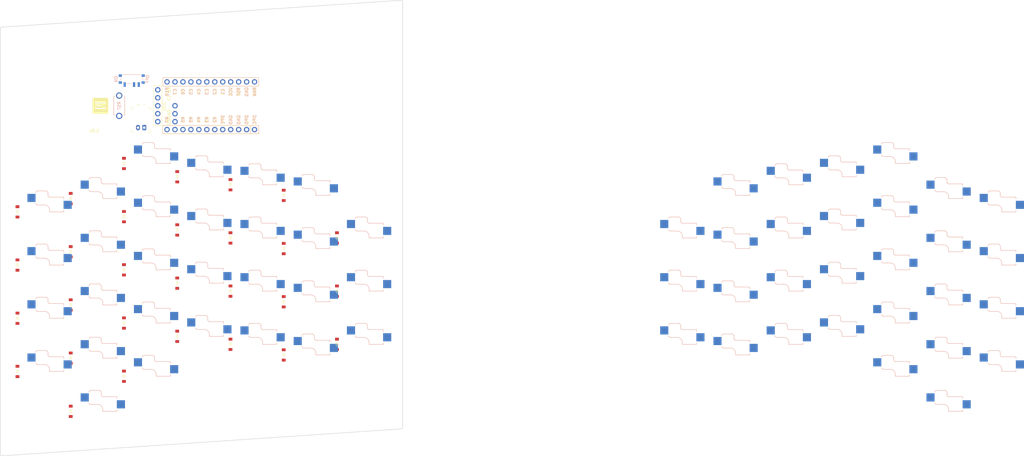
<source format=kicad_pcb>
(kicad_pcb
	(version 20240108)
	(generator "pcbnew")
	(generator_version "8.0")
	(general
		(thickness 1.6)
		(legacy_teardrops no)
	)
	(paper "A3")
	(title_block
		(title "left")
		(date "2025-06-25")
		(rev "v0.2")
		(company "Happily-Coding")
	)
	(layers
		(0 "F.Cu" signal)
		(31 "B.Cu" signal)
		(32 "B.Adhes" user "B.Adhesive")
		(33 "F.Adhes" user "F.Adhesive")
		(34 "B.Paste" user)
		(35 "F.Paste" user)
		(36 "B.SilkS" user "B.Silkscreen")
		(37 "F.SilkS" user "F.Silkscreen")
		(38 "B.Mask" user)
		(39 "F.Mask" user)
		(40 "Dwgs.User" user "User.Drawings")
		(41 "Cmts.User" user "User.Comments")
		(42 "Eco1.User" user "User.Eco1")
		(43 "Eco2.User" user "User.Eco2")
		(44 "Edge.Cuts" user)
		(45 "Margin" user)
		(46 "B.CrtYd" user "B.Courtyard")
		(47 "F.CrtYd" user "F.Courtyard")
		(48 "B.Fab" user)
		(49 "F.Fab" user)
	)
	(setup
		(pad_to_mask_clearance 0.05)
		(allow_soldermask_bridges_in_footprints no)
		(pcbplotparams
			(layerselection 0x00010fc_ffffffff)
			(plot_on_all_layers_selection 0x0000000_00000000)
			(disableapertmacros no)
			(usegerberextensions no)
			(usegerberattributes yes)
			(usegerberadvancedattributes yes)
			(creategerberjobfile yes)
			(dashed_line_dash_ratio 12.000000)
			(dashed_line_gap_ratio 3.000000)
			(svgprecision 4)
			(plotframeref no)
			(viasonmask no)
			(mode 1)
			(useauxorigin no)
			(hpglpennumber 1)
			(hpglpenspeed 20)
			(hpglpendiameter 15.000000)
			(pdf_front_fp_property_popups yes)
			(pdf_back_fp_property_popups yes)
			(dxfpolygonmode yes)
			(dxfimperialunits yes)
			(dxfusepcbnewfont yes)
			(psnegative no)
			(psa4output no)
			(plotreference yes)
			(plotvalue yes)
			(plotfptext yes)
			(plotinvisibletext no)
			(sketchpadsonfab no)
			(subtractmaskfromsilk no)
			(outputformat 1)
			(mirror no)
			(drillshape 1)
			(scaleselection 1)
			(outputdirectory "")
		)
	)
	(net 0 "")
	(net 1 "col1_row4")
	(net 2 "C1")
	(net 3 "GND")
	(net 4 "col1_row3")
	(net 5 "col1_row2")
	(net 6 "col1_row1")
	(net 7 "col2_row5")
	(net 8 "C2")
	(net 9 "col2_row4")
	(net 10 "col2_row3")
	(net 11 "col2_row2")
	(net 12 "col2_row1")
	(net 13 "col3_row5")
	(net 14 "C3")
	(net 15 "col3_row4")
	(net 16 "col3_row3")
	(net 17 "col3_row2")
	(net 18 "col3_row1")
	(net 19 "col4_row4")
	(net 20 "C4")
	(net 21 "col4_row3")
	(net 22 "col4_row2")
	(net 23 "col4_row1")
	(net 24 "col5_row4")
	(net 25 "C5")
	(net 26 "col5_row3")
	(net 27 "col5_row2")
	(net 28 "col5_row1")
	(net 29 "col6_row4")
	(net 30 "C6")
	(net 31 "col6_row3")
	(net 32 "col6_row2")
	(net 33 "col6_row1")
	(net 34 "col7_row4")
	(net 35 "C7")
	(net 36 "col7_row3")
	(net 37 "col7_row2")
	(net 38 "mirror_col1_row4")
	(net 39 "mirror_col1_row3")
	(net 40 "mirror_col1_row2")
	(net 41 "mirror_col1_row1")
	(net 42 "mirror_col2_row5")
	(net 43 "mirror_col2_row4")
	(net 44 "mirror_col2_row3")
	(net 45 "mirror_col2_row2")
	(net 46 "mirror_col2_row1")
	(net 47 "mirror_col3_row5")
	(net 48 "mirror_col3_row4")
	(net 49 "mirror_col3_row3")
	(net 50 "mirror_col3_row2")
	(net 51 "mirror_col3_row1")
	(net 52 "mirror_col4_row4")
	(net 53 "mirror_col4_row3")
	(net 54 "mirror_col4_row2")
	(net 55 "mirror_col4_row1")
	(net 56 "mirror_col5_row4")
	(net 57 "mirror_col5_row3")
	(net 58 "mirror_col5_row2")
	(net 59 "mirror_col5_row1")
	(net 60 "mirror_col6_row4")
	(net 61 "mirror_col6_row3")
	(net 62 "mirror_col6_row2")
	(net 63 "mirror_col6_row1")
	(net 64 "mirror_col7_row4")
	(net 65 "mirror_col7_row3")
	(net 66 "mirror_col7_row2")
	(net 67 "R4")
	(net 68 "R3")
	(net 69 "R2")
	(net 70 "R1")
	(net 71 "R5")
	(net 72 "RAW")
	(net 73 "RST")
	(net 74 "VCC")
	(net 75 "P10")
	(net 76 "DPC")
	(net 77 "DPD")
	(net 78 "DPE")
	(net 79 "R6")
	(net 80 "R7")
	(net 81 "P101")
	(net 82 "P102")
	(net 83 "P107")
	(net 84 "BAT_P")
	(footprint "ceoloide:diode_tht_sod123" (layer "F.Cu") (at 44.25 94.25 -90))
	(footprint "ceoloide:diode_tht_sod123" (layer "F.Cu") (at 44.25 60.25 -90))
	(footprint "ceoloide:diode_tht_sod123" (layer "F.Cu") (at 78.25 53.28 -90))
	(footprint "ceoloide:utility_ergogen_logo" (layer "F.Cu") (at 53.73 -3.42))
	(footprint "ceoloide:diode_tht_sod123" (layer "F.Cu") (at 61.25 49.03 -90))
	(footprint "ceoloide:mcu_nice_nano" (layer "F.Cu") (at 90.24 -3.42 -90))
	(footprint "ceoloide:diode_tht_sod123" (layer "F.Cu") (at 78.25 19.28 -90))
	(footprint "ceoloide:diode_tht_sod123" (layer "F.Cu") (at 27.25 47.5 -90))
	(footprint "ceoloide:display_nice_view" (layer "F.Cu") (at 88.74 -3.42 -90))
	(footprint "ceoloide:diode_tht_sod123" (layer "F.Cu") (at 112.25 42.23 -90))
	(footprint "ceoloide:diode_tht_sod123" (layer "F.Cu") (at 95.25 72.83 -90))
	(footprint "ceoloide:diode_tht_sod123" (layer "F.Cu") (at 44.25 77.25 -90))
	(footprint "ceoloide:diode_tht_sod123" (layer "F.Cu") (at 95.25 21.83 -90))
	(footprint "ceoloide:diode_tht_sod123" (layer "F.Cu") (at 44.25 43.25 -90))
	(footprint "ceoloide:diode_tht_sod123" (layer "F.Cu") (at 78.25 70.28 -90))
	(footprint "ceoloide:diode_tht_sod123" (layer "F.Cu") (at 95.25 38.83 -90))
	(footprint "ceoloide:diode_tht_sod123" (layer "F.Cu") (at 95.25 55.83 -90))
	(footprint "ceoloide:diode_tht_sod123" (layer "F.Cu") (at 27.25 81.5 -90))
	(footprint "ceoloide:diode_tht_sod123" (layer "F.Cu") (at 78.25 36.28 -90))
	(footprint "ceoloide:diode_tht_sod123" (layer "F.Cu") (at 129.25 72.83 -90))
	(footprint "ceoloide:diode_tht_sod123" (layer "F.Cu") (at 27.25 64.5 -90))
	(footprint "ceoloide:diode_tht_sod123" (layer "F.Cu") (at 129.25 38.83 -90))
	(footprint "ceoloide:diode_tht_sod123" (layer "F.Cu") (at 112.25 59.23 -90))
	(footprint "ceoloide:diode_tht_sod123" (layer "F.Cu") (at 61.25 66.03 -90))
	(footprint "ceoloide:diode_tht_sod123" (layer "F.Cu") (at 112.25 76.23 -90))
	(footprint "ceoloide:battery_connector_jst_ph_2" (layer "F.Cu") (at 66.73 3.58 180))
	(footprint "ceoloide:diode_tht_sod123" (layer "F.Cu") (at 61.25 32.03 -90))
	(footprint "ceoloide:diode_tht_sod123" (layer "F.Cu") (at 61.25 15.03 -90))
	(footprint "ceoloide:diode_tht_sod123" (layer "F.Cu") (at 112.25 25.23 -90))
	(footprint "ceoloide:diode_tht_sod123" (layer "F.Cu") (at 44.25 26.25 -90))
	(footprint "ceoloide:diode_tht_sod123" (layer "F.Cu") (at 27.25 30.5 -90))
	(footprint "ceoloide:diode_tht_sod123" (layer "F.Cu") (at 129.25 55.83 -90))
	(footprint "ceoloide:diode_tht_sod123" (layer "F.Cu") (at 61.25 83.03 -90))
	(footprint "ceoloide:switch_choc_v1_v2" (layer "B.Cu") (at 322 44.75))
	(footprint "ceoloide:switch_choc_v1_v2" (layer "B.Cu") (at 305 16.53))
	(footprint "ceoloide:switch_choc_v1_v2" (layer "B.Cu") (at 137 57.33))
	(footprint "ceoloide:switch_choc_v1_v2" (layer "B.Cu") (at 322 61.75))
	(footprint "ceoloide:switch_choc_v1_v2" (layer "B.Cu") (at 271 40.33))
	(footprint "ceoloide:switch_choc_v1_v2" (layer "B.Cu") (at 305 67.53))
	(footprint "ceoloide:switch_choc_v1_v2" (layer "B.Cu") (at 254 60.73))
	(footprint "ceoloide:switch_choc_v1_v2" (layer "B.Cu") (at 339 83))
	(footprint "ceoloide:switch_choc_v1_v2" (layer "B.Cu") (at 271 57.33))
	(footprint "ceoloide:switch_choc_v1_v2" (layer "B.Cu") (at 137 40.33))
	(footprint "ceoloide:switch_choc_v1_v2" (layer "B.Cu") (at 35 66))
	(footprint "ceoloide:switch_choc_v1_v2" (layer "B.Cu") (at 322 27.75))
	(footprint "ceoloide:power_switch_smd_side" (layer "B.Cu") (at 63.73 -11.92 90))
	(footprint "ceoloide:switch_choc_v1_v2" (layer "B.Cu") (at 120 60.73))
	(footprint "ceoloide:reset_switch_tht_top" (layer "B.Cu") (at 59.73 -3.42 90))
	(footprint "ceoloide:switch_choc_v1_v2" (layer "B.Cu") (at 52 78.75))
	(footprint "ceoloide:switch_choc_v1_v2" (layer "B.Cu") (at 288 54.78))
	(footprint "ceoloide:switch_choc_v1_v2"
		(layer "B.Cu")
		(uuid "4b05cc25-b641-4e29-9bd3-e9de651e5edd")
		(at 271 23.33)
		(property "Reference" "S51"
			(at 0 8.8 0)
			(layer "B.SilkS")
			(hide yes)
			(uuid "93d1a7ba-99d6-4c6c-8839-43c0959f665b")
			(effects
				(font
					(size 1 1)
					(thickness 0.15)
				)
			)
		)
		(property "Value" ""
			(at 0 0 0)
			(layer "F.Fab")
			(uuid "ff250cde-8835-4b2a-aa75-8d4003300602")
			(effects
				(font
					(size 1.27 1.27)
					(thickness 0.15)
				)
			)
		)
		(property "Footprint" ""
			(at 0 0 0)
			(layer "F.Fab")
			(hide yes)
			(uuid "88851052-2bff-43e0-bab2-3ab04ec3332b")
			(effects
				(font
					(size 1.27 1.27)
					(thickness 0.15)
				)
			)
		)
		(property "Datasheet" ""
			(at 0 0 0)
			(layer "F.Fab")
			(hide yes)
			(uuid "257c8ab9-637f-45c4-a8c2-0ab1e8003b93")
			(effects
				(font
					(size 1.27 1.27)
					(thickness 0.15)
				)
			)
		)
		(property "Description" ""
			(at 0 0 0)
			(layer "F.Fab")
			(hide yes)
			(uuid "6b1e90e3-9ea4-4bfc-beb7-cf20886f0515")
			(effects
				(font
					(size 1.27 1.27)
					(thickness 0.15)
				)
			)
		)
		(attr exclude_from_pos_files exclude_from_bom allow_soldermask_bridges)
		(fp_line
			(start -1.5 -8.2)
			(end -2 -7.7)
			(stroke
				(width 0.15)
				(type solid)
			)
			(layer "B.SilkS")
			(uuid "627846de-af68-463a-9330-acdbf4568a8f")
		)
		(fp_line
			(start -1.5 -3.7)
			(end -2 -4.2)
			(stroke
				(width 0.15)
				(type solid)
			)
			(layer "B.SilkS")
			(uuid "a7ea6bcf-1fc8-49b9-99a0-029ffc004ece")
		)
		(fp_line
			(start 0.8 -3.7)
			(end -1.5 -3.7)
			(stroke
				(width 0.15)
				(type solid)
			)
			(layer "B.SilkS")
			(uuid "babeeec1-1824-4d4e-b2d0-782016f38b94")
		)
		(fp_line
			(start 1.5 -8.2)
			(end -1.5 -8.2)
			(stroke
				(width 0.15)
				(type solid)
			)
			(layer "B.SilkS")
			(uuid "61c40061-b2dd-4233-bde8-eef045d9f6fe")
		)
		(fp_line
			(start 2 -7.7)
			(end 1.5 -8.2)
			(stroke
				(width 0.15)
				(type solid)
			)
			(layer "B.SilkS")
			(uuid "8f2ee76d-dd4f-4d6e-b7b0-f0fd55332113")
		)
		(fp_line
			(start 2 -7.7)
			(end 2 -6.78)
			(stroke
				(width 0.15)
				(type solid)
			)
			(layer "B.SilkS")
			(uuid "161f8c78-536e-4a26-9b0e-acb51cb0c26d")
		)
		(fp_line
			(start 2.5 -1.5)
			(end 2.5 -2.2)
			(stroke
				(width 0.15)
				(type solid)
			)
			(layer "B.SilkS")
			(uuid "44339b4b-1cfc-4de0-b6eb-28a725474913")
		)
		(fp_line
			(start 2.52 -6.2)
			(end 7 -6.2)
			(stroke
				(width 0.15)
				(type solid)
			)
			(layer "B.SilkS")
			(uuid "c29fa428-afdd-492f-9cf5-969def46038a")
		)
		(fp_line
			(start 7 -6.2)
			(end 7 -5.6)
			(stroke
				(width 0.15)
				(type solid)
			)
			(layer "B.SilkS")
			(uuid "aee51285-1db7-49b7-bd36-1ddb9e34e3b2")
		)
		(fp_li
... [206019 chars truncated]
</source>
